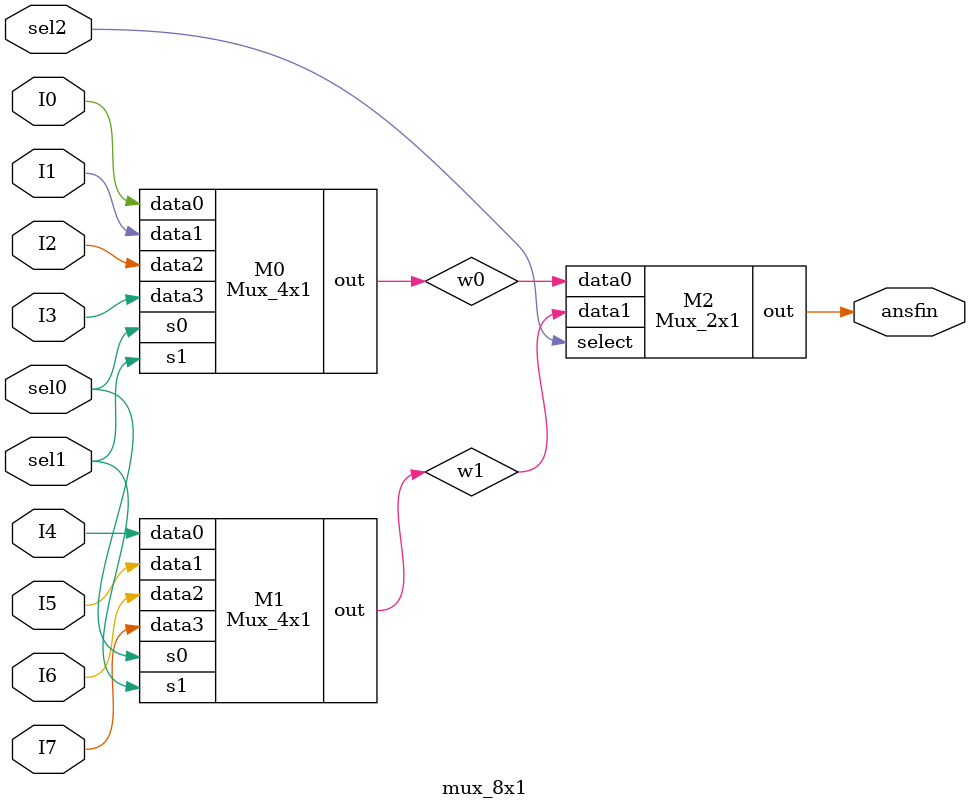
<source format=v>
module Mux_2x1(data0,data1,select,out);

	//INPUT OUTPUT DECLARATIONS
	input data0,data1,select;
	output out;
	
	wire notsel,w0,w1;
	
	//NOT GATE
	not N1(notsel,select);
	
	//AND GATES
	and A0(w0,notsel,data0);
	and A1(w1,select,data1);
	
	//FINAL OUTPUT
	or O(out,w0,w1);
	
endmodule

//////////////4X1 MULTIPLEXER//////////////////////
module Mux_4x1(data0,data1,data2,data3,s1,s0,out);

	//INPUT OUTPUT DECLARATIONS
	input data0,data1,data2,data3,s1,s0;
	output out;
	
	wire w0,w1;
	
	//using 2x1 muxes
	Mux_2x1 M0(data0,data1,s0,w0);
	Mux_2x1 M1(data2,data3,s0,w1);
	Mux_2x1 M3(w0,w1,s1,out);

endmodule

//////////////8X1 MULTIPLEXER//////////////////////
module mux_8x1(I0,I1,I2,I3,I4,I5,I6,I7,sel0,sel1,sel2,ansfin);
	
	//INPUT AND OUTPUT DECLARATIONS
	input  I0,I1,I2,I3,I4,I5,I6,I7,sel0,sel1,sel2;
	output ansfin;
	
	wire w0,w1;
	
	//using previous muxes
	Mux_4x1 M0(I0,I1,I2,I3,sel1,sel0,w0);
	Mux_4x1 M1(I4,I5,I6,I7,sel1,sel0,w1);
	Mux_2x1 M2(w0,w1,sel2,ansfin);
	
endmodule

</source>
